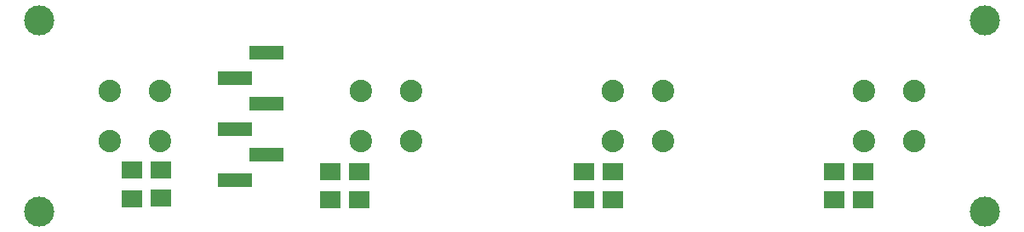
<source format=gbr>
%TF.GenerationSoftware,Novarm,DipTrace,3.3.1.3*%
%TF.CreationDate,2019-10-28T02:51:35+00:00*%
%FSLAX26Y26*%
%MOIN*%
%TF.FileFunction,Soldermask,Top*%
%TF.Part,Single*%
%ADD37C,0.11811*%
%ADD41R,0.078746X0.070872*%
%ADD43C,0.08788*%
%ADD45R,0.133077X0.05788*%
G75*
G01*
%LPD*%
D45*
X1276040Y635826D3*
X1401237Y735826D3*
X1276040Y835826D3*
X1401237Y935826D3*
X1276040Y1035826D3*
X1401237Y1135826D3*
D43*
X3937007Y984235D3*
Y787385D3*
X3740157D3*
Y984235D3*
D41*
X3624951Y558390D3*
Y668627D3*
X3737449D3*
Y558390D3*
D43*
X2952755Y984235D3*
Y787385D3*
X2755905D3*
Y984235D3*
D41*
X2643700Y558390D3*
Y668627D3*
X2756200D3*
Y558390D3*
D43*
X1968503Y984235D3*
Y787385D3*
X1771653D3*
Y984235D3*
D41*
X1651329Y558390D3*
Y668627D3*
X1762451D3*
Y558390D3*
D43*
X984251Y984235D3*
Y787385D3*
X787401D3*
Y984235D3*
D41*
X874951Y562524D3*
Y672760D3*
X987449Y674949D3*
Y564713D3*
D37*
X511810Y511810D3*
Y1259842D3*
X4212598D3*
Y511810D3*
M02*

</source>
